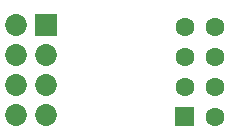
<source format=gbs>
G04 Layer: BottomSolderMaskLayer*
G04 EasyEDA v6.1.52, Thu, 18 Jul 2019 05:10:24 GMT*
G04 901f24a5bca74c948225dbc6938cad0f,10*
G04 Gerber Generator version 0.2*
G04 Scale: 100 percent, Rotated: No, Reflected: No *
G04 Dimensions in millimeters *
G04 leading zeros omitted , absolute positions ,3 integer and 3 decimal *
%FSLAX33Y33*%
%MOMM*%
G90*
G71D02*

%ADD19C,1.603197*%
%ADD21C,1.853209*%

%LPD*%
G54D19*
G01X18180Y9768D03*
G01X15640Y9768D03*
G01X18180Y7228D03*
G01X15640Y7228D03*
G01X18180Y4688D03*
G01X15640Y4688D03*
G01X18180Y2148D03*
G36*
G01X14838Y1346D02*
G01X14838Y2948D01*
G01X16441Y2948D01*
G01X16441Y1346D01*
G01X14838Y1346D01*
G37*
G54D21*
G01X1397Y2286D03*
G01X3937Y2286D03*
G01X1397Y4826D03*
G01X3937Y4826D03*
G01X1397Y7366D03*
G01X3937Y7366D03*
G01X1397Y9906D03*
G36*
G01X3009Y8978D02*
G01X3009Y10833D01*
G01X4864Y10833D01*
G01X4864Y8978D01*
G01X3009Y8978D01*
G37*
M00*
M02*

</source>
